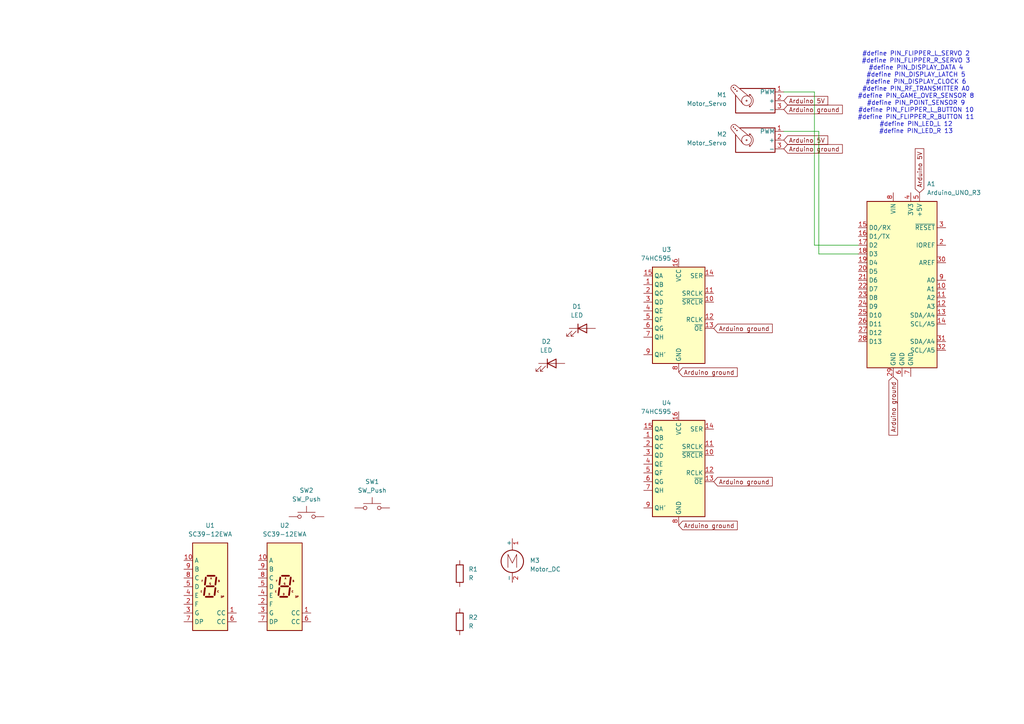
<source format=kicad_sch>
(kicad_sch (version 20250114) (generator "eeschema") (generator_version "9.0")
  (paper "A4")
  (lib_symbols
    (symbol "74xx:74HC595"
      (property "Reference" "U" (at -7.62 13.97 0))
      (property "Value" "74HC595" (at -7.62 -16.51 0))
      (symbol "74HC595_1_0"
        (pin input line (at -10.16 10.16 0) (length 2.54) (name "SER") (number "14"))
        (pin input line (at -10.16 5.08 0) (length 2.54) (name "SRCLK") (number "11"))
        (pin input line (at -10.16 2.54 0) (length 2.54) (name "~{SRCLR}") (number "10"))
        (pin input line (at -10.16 -2.54 0) (length 2.54) (name "RCLK") (number "12"))
        (pin input line (at -10.16 -5.08 0) (length 2.54) (name "~{OE}") (number "13"))
        (pin power_in line (at 0 15.24 270) (length 2.54) (name "VCC") (number "16"))
        (pin power_in line (at 0 -17.78 90) (length 2.54) (name "GND") (number "8"))
        (pin tri_state line (at 10.16 10.16 180) (length 2.54) (name "QA") (number "15"))
        (pin tri_state line (at 10.16 7.62 180) (length 2.54) (name "QB") (number "1"))
        (pin tri_state line (at 10.16 5.08 180) (length 2.54) (name "QC") (number "2"))
        (pin tri_state line (at 10.16 2.54 180) (length 2.54) (name "QD") (number "3"))
        (pin tri_state line (at 10.16 0 180) (length 2.54) (name "QE") (number "4"))
        (pin tri_state line (at 10.16 -2.54 180) (length 2.54) (name "QF") (number "5"))
        (pin tri_state line (at 10.16 -5.08 180) (length 2.54) (name "QG") (number "6"))
        (pin tri_state line (at 10.16 -7.62 180) (length 2.54) (name "QH") (number "7"))
        (pin output line (at 10.16 -12.7 180) (length 2.54) (name "QH'") (number "9"))
      )
      (symbol "74HC595_1_1"
        (rectangle (start -7.62 12.7) (end 7.62 -15.24) (stroke (width 0.254)) (fill (type background)))
      )
    )
    (symbol "Device:LED" (pin_numbers (hide yes)) (pin_names (offset 1.016) (hide yes))
      (property "Reference" "D" (at 0 2.54 0))
      (property "Value" "LED" (at 0 -2.54 0))
      (symbol "LED_0_1"
        (polyline (pts (xy -3.048 -0.762) (xy -4.572 -2.286) (xy -3.81 -2.286) (xy -4.572 -2.286) (xy -4.572 -1.524)))
        (polyline (pts (xy -1.778 -0.762) (xy -3.302 -2.286) (xy -2.54 -2.286) (xy -3.302 -2.286) (xy -3.302 -1.524)))
        (polyline (pts (xy -1.27 0) (xy 1.27 0)))
        (polyline (pts (xy -1.27 -1.27) (xy -1.27 1.27)) (stroke (width 0.254)))
        (polyline (pts (xy 1.27 -1.27) (xy 1.27 1.27) (xy -1.27 0) (xy 1.27 -1.27)) (stroke (width 0.254)))
      )
      (symbol "LED_1_1"
        (pin passive line (at -3.81 0 0) (length 2.54) (name "K") (number "1"))
        (pin passive line (at 3.81 0 180) (length 2.54) (name "A") (number "2"))
      )
    )
    (symbol "Device:R" (pin_numbers (hide yes)) (pin_names (offset 0))
      (property "Reference" "R" (at 2.032 0 90))
      (property "Value" "R" (at 0 0 90))
      (symbol "R_0_1"
        (rectangle (start -1.016 -2.54) (end 1.016 2.54) (stroke (width 0.254)))
      )
      (symbol "R_1_1"
        (pin passive line (at 0 3.81 270) (length 1.27) (name "~") (number "1"))
        (pin passive line (at 0 -3.81 90) (length 1.27) (name "~") (number "2"))
      )
    )
    (symbol "Display_Character:SC39-12EWA"
      (property "Reference" "U" (at -3.81 13.97 0))
      (property "Value" "SC39-12EWA" (at 6.35 13.97 0))
      (symbol "SC39-12EWA_1_0"
        (text "E" (at -2.54 -1.397 0) (effects (font (size 0.508 0.508))))
        (text "F" (at -2.286 1.651 0) (effects (font (size 0.508 0.508))))
        (text "D" (at -0.254 -2.159 0) (effects (font (size 0.508 0.508))))
        (text "G" (at 0 0.889 0) (effects (font (size 0.508 0.508))))
        (text "A" (at 0.254 2.413 0) (effects (font (size 0.508 0.508))))
        (text "C" (at 2.286 -1.397 0) (effects (font (size 0.508 0.508))))
        (text "B" (at 2.54 1.651 0) (effects (font (size 0.508 0.508))))
        (text "DP" (at 3.556 -2.921 0) (effects (font (size 0.508 0.508))))
      )
      (symbol "SC39-12EWA_1_1"
        (rectangle (start -5.08 12.7) (end 5.08 -12.7) (stroke (width 0.254)) (fill (type background)))
        (polyline (pts (xy -1.524 -0.381) (xy -1.778 -2.413)) (stroke (width 0.508)))
        (polyline (pts (xy -1.27 2.667) (xy -1.524 0.635)) (stroke (width 0.508)))
        (polyline (pts (xy -1.27 -2.921) (xy 0.762 -2.921)) (stroke (width 0.508)))
        (polyline (pts (xy -1.016 0.127) (xy 1.016 0.127)) (stroke (width 0.508)))
        (polyline (pts (xy -0.762 3.175) (xy 1.27 3.175)) (stroke (width 0.508)))
        (polyline (pts (xy 1.524 -0.381) (xy 1.27 -2.413)) (stroke (width 0.508)))
        (polyline (pts (xy 1.778 2.667) (xy 1.524 0.635)) (stroke (width 0.508)))
        (polyline (pts (xy 2.54 -2.921) (xy 2.54 -2.921)) (stroke (width 0.508)))
        (pin input line (at -7.62 7.62 0) (length 2.54) (name "A") (number "10"))
        (pin input line (at -7.62 5.08 0) (length 2.54) (name "B") (number "9"))
        (pin input line (at -7.62 2.54 0) (length 2.54) (name "C") (number "8"))
        (pin input line (at -7.62 0 0) (length 2.54) (name "D") (number "5"))
        (pin input line (at -7.62 -2.54 0) (length 2.54) (name "E") (number "4"))
        (pin input line (at -7.62 -5.08 0) (length 2.54) (name "F") (number "2"))
        (pin input line (at -7.62 -7.62 0) (length 2.54) (name "G") (number "3"))
        (pin input line (at -7.62 -10.16 0) (length 2.54) (name "DP") (number "7"))
        (pin input line (at 7.62 -7.62 180) (length 2.54) (name "CC") (number "1"))
        (pin input line (at 7.62 -10.16 180) (length 2.54) (name "CC") (number "6"))
      )
    )
    (symbol "MCU_Module:Arduino_UNO_R3"
      (property "Reference" "A" (at -10.16 23.495 0))
      (property "Value" "Arduino_UNO_R3" (at 5.08 -26.67 0))
      (symbol "Arduino_UNO_R3_0_1"
        (rectangle (start -10.16 22.86) (end 10.16 -25.4) (stroke (width 0.254)) (fill (type background)))
      )
      (symbol "Arduino_UNO_R3_1_1"
        (pin bidirectional line (at -12.7 15.24 0) (length 2.54) (name "D0/RX") (number "15"))
        (pin bidirectional line (at -12.7 12.7 0) (length 2.54) (name "D1/TX") (number "16"))
        (pin bidirectional line (at -12.7 10.16 0) (length 2.54) (name "D2") (number "17"))
        (pin bidirectional line (at -12.7 7.62 0) (length 2.54) (name "D3") (number "18"))
        (pin bidirectional line (at -12.7 5.08 0) (length 2.54) (name "D4") (number "19"))
        (pin bidirectional line (at -12.7 2.54 0) (length 2.54) (name "D5") (number "20"))
        (pin bidirectional line (at -12.7 0 0) (length 2.54) (name "D6") (number "21"))
        (pin bidirectional line (at -12.7 -2.54 0) (length 2.54) (name "D7") (number "22"))
        (pin bidirectional line (at -12.7 -5.08 0) (length 2.54) (name "D8") (number "23"))
        (pin bidirectional line (at -12.7 -7.62 0) (length 2.54) (name "D9") (number "24"))
        (pin bidirectional line (at -12.7 -10.16 0) (length 2.54) (name "D10") (number "25"))
        (pin bidirectional line (at -12.7 -12.7 0) (length 2.54) (name "D11") (number "26"))
        (pin bidirectional line (at -12.7 -15.24 0) (length 2.54) (name "D12") (number "27"))
        (pin bidirectional line (at -12.7 -17.78 0) (length 2.54) (name "D13") (number "28"))
        (pin no_connect line (at -10.16 -20.32 0) (length 2.54) (hide yes) (name "NC") (number "1"))
        (pin power_in line (at -2.54 25.4 270) (length 2.54) (name "VIN") (number "8"))
        (pin power_in line (at -2.54 -27.94 90) (length 2.54) (name "GND") (number "29"))
        (pin power_in line (at 0 -27.94 90) (length 2.54) (name "GND") (number "6"))
        (pin power_out line (at 2.54 25.4 270) (length 2.54) (name "3V3") (number "4"))
        (pin power_in line (at 2.54 -27.94 90) (length 2.54) (name "GND") (number "7"))
        (pin power_out line (at 5.08 25.4 270) (length 2.54) (name "+5V") (number "5"))
        (pin input line (at 12.7 15.24 180) (length 2.54) (name "~{RESET}") (number "3"))
        (pin output line (at 12.7 10.16 180) (length 2.54) (name "IOREF") (number "2"))
        (pin input line (at 12.7 5.08 180) (length 2.54) (name "AREF") (number "30"))
        (pin bidirectional line (at 12.7 0 180) (length 2.54) (name "A0") (number "9"))
        (pin bidirectional line (at 12.7 -2.54 180) (length 2.54) (name "A1") (number "10"))
        (pin bidirectional line (at 12.7 -5.08 180) (length 2.54) (name "A2") (number "11"))
        (pin bidirectional line (at 12.7 -7.62 180) (length 2.54) (name "A3") (number "12"))
        (pin bidirectional line (at 12.7 -10.16 180) (length 2.54) (name "SDA/A4") (number "13"))
        (pin bidirectional line (at 12.7 -12.7 180) (length 2.54) (name "SCL/A5") (number "14"))
        (pin bidirectional line (at 12.7 -17.78 180) (length 2.54) (name "SDA/A4") (number "31"))
        (pin bidirectional line (at 12.7 -20.32 180) (length 2.54) (name "SCL/A5") (number "32"))
      )
    )
    (symbol "Motor:Motor_DC" (pin_names (offset 0))
      (property "Reference" "M" (at 2.54 2.54 0))
      (property "Value" "Motor_DC" (at 2.54 -5.08 0))
      (symbol "Motor_DC_0_0"
        (polyline (pts (xy -1.27 -3.302) (xy -1.27 0.508) (xy 0 -2.032) (xy 1.27 0.508) (xy 1.27 -3.302)))
      )
      (symbol "Motor_DC_0_1"
        (polyline (pts (xy 0 2.032) (xy 0 2.54)))
        (polyline (pts (xy 0 1.7272) (xy 0 2.0828)))
        (circle (center 0 -1.524) (radius 3.2512) (stroke (width 0.254)))
        (polyline (pts (xy 0 -4.7752) (xy 0 -5.1816)))
        (polyline (pts (xy 0 -7.62) (xy 0 -7.112)))
      )
      (symbol "Motor_DC_1_1"
        (pin passive line (at 0 5.08 270) (length 2.54) (name "+") (number "1"))
        (pin passive line (at 0 -7.62 90) (length 2.54) (name "-") (number "2"))
      )
    )
    (symbol "Motor:Motor_Servo" (pin_names (offset 0.0254))
      (property "Reference" "M" (at -5.08 4.445 0))
      (property "Value" "Motor_Servo" (at -5.08 -4.064 0))
      (symbol "Motor_Servo_0_1"
        (polyline (pts (xy 2.413 1.778) (xy 1.905 1.778)))
        (polyline (pts (xy 2.413 1.778) (xy 2.286 1.397)))
        (polyline (pts (xy 2.413 -1.778) (xy 2.032 -1.778)))
        (polyline (pts (xy 2.413 -1.778) (xy 2.286 -1.397)))
        (arc (start 2.413 -1.778) (mid 1.2406 0) (end 2.413 1.778))
        (circle (center 3.175 0) (radius 0.1778))
        (circle (center 3.175 0) (radius 1.4224))
        (polyline (pts (xy 5.08 3.556) (xy -5.08 3.556) (xy -5.08 -3.556) (xy 6.35 -3.556) (xy 6.35 1.524)) (stroke (width 0.254)))
        (circle (center 5.969 2.794) (radius 0.127))
        (polyline (pts (xy 6.35 4.445) (xy 2.54 1.27)))
        (circle (center 6.477 3.302) (radius 0.127))
        (arc (start 6.35 4.445) (mid 7.4487 4.2737) (end 7.62 3.175))
        (circle (center 6.985 3.81) (radius 0.127))
        (polyline (pts (xy 7.62 3.175) (xy 4.191 -1.016)))
      )
      (symbol "Motor_Servo_1_1"
        (pin passive line (at -7.62 2.54 0) (length 2.54) (name "PWM") (number "1"))
        (pin passive line (at -7.62 0 0) (length 2.54) (name "+") (number "2"))
        (pin passive line (at -7.62 -2.54 0) (length 2.54) (name "-") (number "3"))
      )
    )
    (symbol "Switch:SW_Push" (pin_numbers (hide yes)) (pin_names (offset 1.016) (hide yes))
      (property "Reference" "SW" (at 1.27 2.54 0))
      (property "Value" "SW_Push" (at 0 -1.524 0))
      (symbol "SW_Push_0_1"
        (circle (center -2.032 0) (radius 0.508))
        (polyline (pts (xy 0 1.27) (xy 0 3.048)))
        (circle (center 2.032 0) (radius 0.508))
        (polyline (pts (xy 2.54 1.27) (xy -2.54 1.27)))
        (pin passive line (at -5.08 0 0) (length 2.54) (name "1") (number "1"))
        (pin passive line (at 5.08 0 180) (length 2.54) (name "2") (number "2"))
      )
    )
  )
  (text "#define PIN_FLIPPER_L_SERVO 2\n#define PIN_FLIPPER_R_SERVO 3\n#define PIN_DISPLAY_DATA 4\n#define PIN_DISPLAY_LATCH 5\n#define PIN_DISPLAY_CLOCK 6\n#define PIN_RF_TRANSMITTER A0\n#define PIN_GAME_OVER_SENSOR 8\n#define PIN_POINT_SENSOR 9\n#define PIN_FLIPPER_L_BUTTON 10\n#define PIN_FLIPPER_R_BUTTON 11\n#define PIN_LED_L 12\n#define PIN_LED_R 13" (exclude_from_sim yes) (at 265.684 26.924 0) (effects (font (size 1.27 1.27))))
  (wire (pts (xy 237.49 38.1) (xy 227.33 38.1)))
  (wire (pts (xy 236.22 26.67) (xy 227.33 26.67)))
  (wire (pts (xy 236.22 71.12) (xy 236.22 26.67)))
  (wire (pts (xy 237.49 73.66) (xy 237.49 38.1)))
  (wire (pts (xy 248.92 71.12) (xy 236.22 71.12)))
  (wire (pts (xy 248.92 73.66) (xy 237.49 73.66)))
  (global_label "Arduino ground" (shape input) (at 196.85 152.4 0) (property "Intersheetrefs" "${INTERSHEET_REFS}" (effects (hide yes))))
  (global_label "Arduino ground" (shape input) (at 196.85 107.95 0) (property "Intersheetrefs" "${INTERSHEET_REFS}" (effects (hide yes))))
  (global_label "Arduino 5V" (shape input) (at 227.33 29.21 0) (property "Intersheetrefs" "${INTERSHEET_REFS}" (effects (hide yes))))
  (global_label "Arduino ground" (shape input) (at 227.33 31.75 0) (property "Intersheetrefs" "${INTERSHEET_REFS}" (effects (hide yes))))
  (global_label "Arduino 5V" (shape input) (at 227.33 40.64 0) (property "Intersheetrefs" "${INTERSHEET_REFS}" (effects (hide yes))))
  (global_label "Arduino ground" (shape input) (at 207.01 139.7 0) (property "Intersheetrefs" "${INTERSHEET_REFS}" (effects (hide yes))))
  (global_label "Arduino 5V" (shape input) (at 266.7 55.88 90) (property "Intersheetrefs" "${INTERSHEET_REFS}" (effects (hide yes))))
  (global_label "Arduino ground" (shape input) (at 227.33 43.18 0) (property "Intersheetrefs" "${INTERSHEET_REFS}" (effects (hide yes))))
  (global_label "Arduino ground" (shape input) (at 259.08 109.22 270) (property "Intersheetrefs" "${INTERSHEET_REFS}" (effects (hide yes))))
  (global_label "Arduino ground" (shape input) (at 207.01 95.25 0) (property "Intersheetrefs" "${INTERSHEET_REFS}" (effects (hide yes))))
  (symbol (lib_id "Display_Character:SC39-12EWA") (at 60.96 170.18 0) (unit 1)
    (property "Reference" "U1" (at 60.96 152.4 0))
    (property "Value" "SC39-12EWA" (at 60.96 154.94 0))
    (property "Footprint" "Display_7Segment:Sx39-1xxxxx" (effects (hide yes)))
    (property "Datasheet" "http://www.kingbrightusa.com/images/catalog/SPEC/sc39-12ewa.pdf" (effects (hide yes)))
    (property "Description" "Single digit 7 segment display, high efficiency red, common cathode" (effects (hide yes)))
  )
  (symbol (lib_id "Motor:Motor_Servo") (at 219.71 40.64 0) (mirror y) (unit 1)
    (property "Reference" "M2" (at 210.82 38.9368 0) (effects (justify left)))
    (property "Value" "Motor_Servo" (at 210.82 41.4768 0) (effects (justify left)))
    (property "Datasheet" "http://forums.parallax.com/uploads/attachments/46831/74481.png" (effects (hide yes)))
    (property "Description" "Servo Motor (Futaba, HiTec, JR connector)" (effects (hide yes)))
  )
  (symbol (lib_id "74xx:74HC595") (at 196.85 134.62 0) (mirror y) (unit 1)
    (property "Reference" "U4" (at 194.7067 116.84 0) (effects (justify left)))
    (property "Value" "74HC595" (at 194.7067 119.38 0) (effects (justify left)))
    (property "Datasheet" "http://www.ti.com/lit/ds/symlink/sn74hc595.pdf" (effects (hide yes)))
    (property "Description" "8-bit serial in/out Shift Register 3-State Outputs" (effects (hide yes)))
  )
  (symbol (lib_id "Device:R") (at 133.35 166.37 0) (unit 1)
    (property "Reference" "R1" (at 135.89 165.0999 0) (effects (justify left)))
    (property "Value" "R" (at 135.89 167.6399 0) (effects (justify left)))
    (property "Description" "Resistor" (effects (hide yes)))
  )
  (symbol (lib_id "Motor:Motor_DC") (at 148.59 161.29 0) (unit 1)
    (property "Reference" "M3" (at 153.67 162.5599 0) (effects (justify left)))
    (property "Value" "Motor_DC" (at 153.67 165.0999 0) (effects (justify left)))
    (property "Description" "DC Motor" (effects (hide yes)))
  )
  (symbol (lib_id "Display_Character:SC39-12EWA") (at 82.55 170.18 0) (unit 1)
    (property "Reference" "U2" (at 82.55 152.4 0))
    (property "Value" "SC39-12EWA" (at 82.55 154.94 0))
    (property "Footprint" "Display_7Segment:Sx39-1xxxxx" (effects (hide yes)))
    (property "Datasheet" "http://www.kingbrightusa.com/images/catalog/SPEC/sc39-12ewa.pdf" (effects (hide yes)))
    (property "Description" "Single digit 7 segment display, high efficiency red, common cathode" (effects (hide yes)))
  )
  (symbol (lib_id "Device:LED") (at 160.02 105.41 0) (unit 1)
    (property "Reference" "D2" (at 158.4325 99.06 0))
    (property "Value" "LED" (at 158.4325 101.6 0))
    (property "Description" "Light emitting diode" (effects (hide yes)))
    (property "Sim.Pins" "1=K 2=A" (effects (hide yes)))
  )
  (symbol (lib_id "Device:LED") (at 168.91 95.25 0) (unit 1)
    (property "Reference" "D1" (at 167.3225 88.9 0))
    (property "Value" "LED" (at 167.3225 91.44 0))
    (property "Description" "Light emitting diode" (effects (hide yes)))
    (property "Sim.Pins" "1=K 2=A" (effects (hide yes)))
  )
  (symbol (lib_id "Switch:SW_Push") (at 88.9 149.86 0) (unit 1)
    (property "Reference" "SW2" (at 88.9 142.24 0))
    (property "Value" "SW_Push" (at 88.9 144.78 0))
    (property "Description" "Push button switch, generic, two pins" (effects (hide yes)))
  )
  (symbol (lib_id "Switch:SW_Push") (at 107.95 147.32 0) (unit 1)
    (property "Reference" "SW1" (at 107.95 139.7 0))
    (property "Value" "SW_Push" (at 107.95 142.24 0))
    (property "Description" "Push button switch, generic, two pins" (effects (hide yes)))
  )
  (symbol (lib_id "74xx:74HC595") (at 196.85 90.17 0) (mirror y) (unit 1)
    (property "Reference" "U3" (at 194.7067 72.39 0) (effects (justify left)))
    (property "Value" "74HC595" (at 194.7067 74.93 0) (effects (justify left)))
    (property "Datasheet" "http://www.ti.com/lit/ds/symlink/sn74hc595.pdf" (effects (hide yes)))
    (property "Description" "8-bit serial in/out Shift Register 3-State Outputs" (effects (hide yes)))
  )
  (symbol (lib_id "Motor:Motor_Servo") (at 219.71 29.21 0) (mirror y) (unit 1)
    (property "Reference" "M1" (at 210.82 27.5068 0) (effects (justify left)))
    (property "Value" "Motor_Servo" (at 210.82 30.0468 0) (effects (justify left)))
    (property "Datasheet" "http://forums.parallax.com/uploads/attachments/46831/74481.png" (effects (hide yes)))
    (property "Description" "Servo Motor (Futaba, HiTec, JR connector)" (effects (hide yes)))
  )
  (symbol (lib_id "Device:R") (at 133.35 180.34 0) (unit 1)
    (property "Reference" "R2" (at 135.89 179.0699 0) (effects (justify left)))
    (property "Value" "R" (at 135.89 181.6099 0) (effects (justify left)))
    (property "Description" "Resistor" (effects (hide yes)))
  )
  (symbol (lib_id "MCU_Module:Arduino_UNO_R3") (at 261.62 81.28 0) (unit 1)
    (property "Reference" "A1" (at 268.8433 53.34 0) (effects (justify left)))
    (property "Value" "Arduino_UNO_R3" (at 268.8433 55.88 0) (effects (justify left)))
    (property "Footprint" "Module:Arduino_UNO_R3" (effects (hide yes)))
    (property "Datasheet" "https://www.arduino.cc/en/Main/arduinoBoardUno" (effects (hide yes)))
    (property "Description" "Arduino UNO Microcontroller Module, release 3" (effects (hide yes)))
  )
)
</source>
